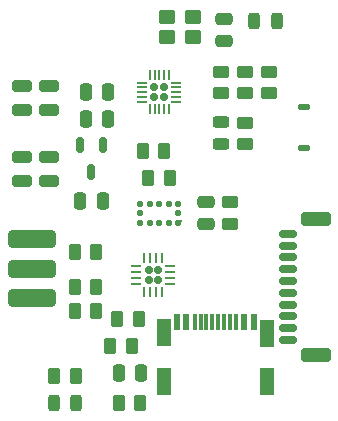
<source format=gtp>
%TF.GenerationSoftware,KiCad,Pcbnew,9.0.4*%
%TF.CreationDate,2025-12-02T01:12:31+00:00*%
%TF.ProjectId,dtv2,64747632-2e6b-4696-9361-645f70636258,rev?*%
%TF.SameCoordinates,Original*%
%TF.FileFunction,Paste,Top*%
%TF.FilePolarity,Positive*%
%FSLAX46Y46*%
G04 Gerber Fmt 4.6, Leading zero omitted, Abs format (unit mm)*
G04 Created by KiCad (PCBNEW 9.0.4) date 2025-12-02 01:12:31*
%MOMM*%
%LPD*%
G01*
G04 APERTURE LIST*
G04 Aperture macros list*
%AMRoundRect*
0 Rectangle with rounded corners*
0 $1 Rounding radius*
0 $2 $3 $4 $5 $6 $7 $8 $9 X,Y pos of 4 corners*
0 Add a 4 corners polygon primitive as box body*
4,1,4,$2,$3,$4,$5,$6,$7,$8,$9,$2,$3,0*
0 Add four circle primitives for the rounded corners*
1,1,$1+$1,$2,$3*
1,1,$1+$1,$4,$5*
1,1,$1+$1,$6,$7*
1,1,$1+$1,$8,$9*
0 Add four rect primitives between the rounded corners*
20,1,$1+$1,$2,$3,$4,$5,0*
20,1,$1+$1,$4,$5,$6,$7,0*
20,1,$1+$1,$6,$7,$8,$9,0*
20,1,$1+$1,$8,$9,$2,$3,0*%
G04 Aperture macros list end*
%ADD10C,0.100000*%
%ADD11RoundRect,0.250000X0.262500X0.450000X-0.262500X0.450000X-0.262500X-0.450000X0.262500X-0.450000X0*%
%ADD12RoundRect,0.250000X-0.262500X-0.450000X0.262500X-0.450000X0.262500X0.450000X-0.262500X0.450000X0*%
%ADD13RoundRect,0.243750X0.243750X0.456250X-0.243750X0.456250X-0.243750X-0.456250X0.243750X-0.456250X0*%
%ADD14RoundRect,0.250000X-0.450000X0.262500X-0.450000X-0.262500X0.450000X-0.262500X0.450000X0.262500X0*%
%ADD15RoundRect,0.250000X0.450000X-0.262500X0.450000X0.262500X-0.450000X0.262500X-0.450000X-0.262500X0*%
%ADD16RoundRect,0.062500X0.127500X0.062500X-0.127500X0.062500X-0.127500X-0.062500X0.127500X-0.062500X0*%
%ADD17RoundRect,0.125000X0.125000X0.125000X-0.125000X0.125000X-0.125000X-0.125000X0.125000X-0.125000X0*%
%ADD18RoundRect,0.167500X-0.167500X0.167500X-0.167500X-0.167500X0.167500X-0.167500X0.167500X0.167500X0*%
%ADD19RoundRect,0.050000X-0.050000X0.375000X-0.050000X-0.375000X0.050000X-0.375000X0.050000X0.375000X0*%
%ADD20RoundRect,0.050000X-0.375000X0.050000X-0.375000X-0.050000X0.375000X-0.050000X0.375000X0.050000X0*%
%ADD21RoundRect,0.243750X0.456250X-0.243750X0.456250X0.243750X-0.456250X0.243750X-0.456250X-0.243750X0*%
%ADD22RoundRect,0.250000X0.475000X-0.250000X0.475000X0.250000X-0.475000X0.250000X-0.475000X-0.250000X0*%
%ADD23RoundRect,0.150000X-0.150000X0.512500X-0.150000X-0.512500X0.150000X-0.512500X0.150000X0.512500X0*%
%ADD24RoundRect,0.250000X-0.450000X-0.350000X0.450000X-0.350000X0.450000X0.350000X-0.450000X0.350000X0*%
%ADD25RoundRect,0.250000X-0.475000X0.250000X-0.475000X-0.250000X0.475000X-0.250000X0.475000X0.250000X0*%
%ADD26RoundRect,0.160000X0.160000X-0.160000X0.160000X0.160000X-0.160000X0.160000X-0.160000X-0.160000X0*%
%ADD27RoundRect,0.062500X0.062500X-0.375000X0.062500X0.375000X-0.062500X0.375000X-0.062500X-0.375000X0*%
%ADD28RoundRect,0.062500X0.375000X-0.062500X0.375000X0.062500X-0.375000X0.062500X-0.375000X-0.062500X0*%
%ADD29RoundRect,0.250000X-0.250000X-0.475000X0.250000X-0.475000X0.250000X0.475000X-0.250000X0.475000X0*%
%ADD30RoundRect,0.075000X0.425000X-0.175000X0.425000X0.175000X-0.425000X0.175000X-0.425000X-0.175000X0*%
%ADD31RoundRect,0.243750X-0.243750X-0.456250X0.243750X-0.456250X0.243750X0.456250X-0.243750X0.456250X0*%
%ADD32RoundRect,0.250000X0.250000X0.475000X-0.250000X0.475000X-0.250000X-0.475000X0.250000X-0.475000X0*%
%ADD33R,0.600000X1.450000*%
%ADD34R,0.300000X1.450000*%
%ADD35RoundRect,0.375000X-1.675000X-0.375000X1.675000X-0.375000X1.675000X0.375000X-1.675000X0.375000X0*%
%ADD36RoundRect,0.150000X-0.625000X0.150000X-0.625000X-0.150000X0.625000X-0.150000X0.625000X0.150000X0*%
%ADD37RoundRect,0.250000X-1.000000X0.350000X-1.000000X-0.350000X1.000000X-0.350000X1.000000X0.350000X0*%
%ADD38RoundRect,0.250000X0.600000X-0.250000X0.600000X0.250000X-0.600000X0.250000X-0.600000X-0.250000X0*%
G04 APERTURE END LIST*
%TO.C,J1*%
D10*
X114850000Y-91700000D02*
X115950000Y-91700000D01*
X115950000Y-93900000D01*
X114850000Y-93900000D01*
X114850000Y-91700000D01*
G36*
X114850000Y-91700000D02*
G01*
X115950000Y-91700000D01*
X115950000Y-93900000D01*
X114850000Y-93900000D01*
X114850000Y-91700000D01*
G37*
X114850000Y-95900000D02*
X115950000Y-95900000D01*
X115950000Y-98100000D01*
X114850000Y-98100000D01*
X114850000Y-95900000D01*
G36*
X114850000Y-95900000D02*
G01*
X115950000Y-95900000D01*
X115950000Y-98100000D01*
X114850000Y-98100000D01*
X114850000Y-95900000D01*
G37*
X123550000Y-91800000D02*
X124650000Y-91800000D01*
X124650000Y-94000000D01*
X123550000Y-94000000D01*
X123550000Y-91800000D01*
G36*
X123550000Y-91800000D02*
G01*
X124650000Y-91800000D01*
X124650000Y-94000000D01*
X123550000Y-94000000D01*
X123550000Y-91800000D01*
G37*
X123550000Y-95900000D02*
X124650000Y-95900000D01*
X124650000Y-98100000D01*
X123550000Y-98100000D01*
X123550000Y-95900000D01*
G36*
X123550000Y-95900000D02*
G01*
X124650000Y-95900000D01*
X124650000Y-98100000D01*
X123550000Y-98100000D01*
X123550000Y-95900000D01*
G37*
%TD*%
D11*
%TO.C,R2*%
X113412500Y-98800000D03*
X111587500Y-98800000D03*
%TD*%
D12*
%TO.C,R7*%
X110837500Y-94000000D03*
X112662500Y-94000000D03*
%TD*%
D13*
%TO.C,D3*%
X107937500Y-98800000D03*
X106062500Y-98800000D03*
%TD*%
D14*
%TO.C,R15*%
X122250000Y-70787500D03*
X122250000Y-72612500D03*
%TD*%
D15*
%TO.C,R4*%
X124250000Y-72612500D03*
X124250000Y-70787500D03*
%TD*%
D12*
%TO.C,R9*%
X107837500Y-86000000D03*
X109662500Y-86000000D03*
%TD*%
D16*
%TO.C,U5*%
X116740000Y-83425000D03*
D17*
X116600000Y-83550000D03*
X115800000Y-83550000D03*
X115000000Y-83550000D03*
X114200000Y-83550000D03*
X113400000Y-83550000D03*
X113400000Y-82750000D03*
X113400000Y-81950000D03*
X114200000Y-81950000D03*
X115000000Y-81950000D03*
X115800000Y-81950000D03*
X116600000Y-81950000D03*
X116600000Y-82750000D03*
%TD*%
D12*
%TO.C,R8*%
X111437500Y-91750000D03*
X113262500Y-91750000D03*
%TD*%
D15*
%TO.C,R18*%
X122250000Y-76912500D03*
X122250000Y-75087500D03*
%TD*%
%TO.C,R3*%
X121000000Y-83662500D03*
X121000000Y-81837500D03*
%TD*%
D18*
%TO.C,U1*%
X115410000Y-72090000D03*
X114590000Y-72090000D03*
X115410000Y-72910000D03*
X114590000Y-72910000D03*
D19*
X115800000Y-71050000D03*
X115400000Y-71050000D03*
X115000000Y-71050000D03*
X114600000Y-71050000D03*
X114200000Y-71050000D03*
D20*
X113550000Y-71700000D03*
X113550000Y-72100000D03*
X113550000Y-72500000D03*
X113550000Y-72900000D03*
X113550000Y-73300000D03*
D19*
X114200000Y-73950000D03*
X114600000Y-73950000D03*
X115000000Y-73950000D03*
X115400000Y-73950000D03*
X115800000Y-73950000D03*
D20*
X116450000Y-73300000D03*
X116450000Y-72900000D03*
X116450000Y-72500000D03*
X116450000Y-72100000D03*
X116450000Y-71700000D03*
%TD*%
D21*
%TO.C,D2*%
X120250000Y-76937500D03*
X120250000Y-75062500D03*
%TD*%
D22*
%TO.C,C7*%
X120500000Y-68200000D03*
X120500000Y-66300000D03*
%TD*%
D23*
%TO.C,U2*%
X110200000Y-76962500D03*
X108300000Y-76962500D03*
X109250000Y-79237500D03*
%TD*%
D11*
%TO.C,R11*%
X115912500Y-79750000D03*
X114087500Y-79750000D03*
%TD*%
D24*
%TO.C,Y1*%
X115650000Y-67850000D03*
X117850000Y-67850000D03*
X117850000Y-66150000D03*
X115650000Y-66150000D03*
%TD*%
D12*
%TO.C,R10*%
X107837500Y-91000000D03*
X109662500Y-91000000D03*
%TD*%
D25*
%TO.C,C6*%
X119000000Y-81800000D03*
X119000000Y-83700000D03*
%TD*%
D26*
%TO.C,U3*%
X114100000Y-88400000D03*
X114900000Y-88400000D03*
X114100000Y-87600000D03*
X114900000Y-87600000D03*
D27*
X113750000Y-89437500D03*
X114250000Y-89437500D03*
X114750000Y-89437500D03*
X115250000Y-89437500D03*
D28*
X115937500Y-88750000D03*
X115937500Y-88250000D03*
X115937500Y-87750000D03*
X115937500Y-87250000D03*
D27*
X115250000Y-86562500D03*
X114750000Y-86562500D03*
X114250000Y-86562500D03*
X113750000Y-86562500D03*
D28*
X113062500Y-87250000D03*
X113062500Y-87750000D03*
X113062500Y-88250000D03*
X113062500Y-88750000D03*
%TD*%
D29*
%TO.C,C5*%
X111550000Y-96250000D03*
X113450000Y-96250000D03*
%TD*%
D15*
%TO.C,R16*%
X120250000Y-72612500D03*
X120250000Y-70787500D03*
%TD*%
D11*
%TO.C,R12*%
X115412500Y-77500000D03*
X113587500Y-77500000D03*
%TD*%
D30*
%TO.C,SW4*%
X127250000Y-73800000D03*
X127250000Y-77200000D03*
%TD*%
D29*
%TO.C,C4*%
X108800000Y-74750000D03*
X110700000Y-74750000D03*
%TD*%
%TO.C,C3*%
X108300000Y-81700000D03*
X110200000Y-81700000D03*
%TD*%
D12*
%TO.C,R17*%
X106087500Y-96500000D03*
X107912500Y-96500000D03*
%TD*%
D31*
%TO.C,D1*%
X123062500Y-66500000D03*
X124937500Y-66500000D03*
%TD*%
D32*
%TO.C,C1*%
X110700000Y-72500000D03*
X108800000Y-72500000D03*
%TD*%
D33*
%TO.C,J1*%
X116500000Y-91955000D03*
X117300000Y-91955000D03*
D34*
X118500000Y-91955000D03*
X119500000Y-91955000D03*
X120000000Y-91955000D03*
X121000000Y-91955000D03*
D33*
X122200000Y-91955000D03*
X123000000Y-91955000D03*
X123000000Y-91955000D03*
X122200000Y-91955000D03*
D34*
X121500000Y-91955000D03*
X120500000Y-91955000D03*
X119000000Y-91955000D03*
X118000000Y-91955000D03*
D33*
X117300000Y-91955000D03*
X116500000Y-91955000D03*
%TD*%
D35*
%TO.C,SW1*%
X104250000Y-84960000D03*
X104250000Y-87460000D03*
X104250000Y-89960000D03*
%TD*%
D12*
%TO.C,R6*%
X107837500Y-89000000D03*
X109662500Y-89000000D03*
%TD*%
D36*
%TO.C,J3*%
X125925000Y-84500000D03*
X125925000Y-85500000D03*
X125925000Y-86500000D03*
X125925000Y-87500000D03*
X125925000Y-88500000D03*
X125925000Y-89500000D03*
X125925000Y-90500000D03*
X125925000Y-91500000D03*
X125925000Y-92500000D03*
X125925000Y-93500000D03*
D37*
X128250000Y-83250000D03*
X128250000Y-94750000D03*
%TD*%
D38*
%TO.C,SW3*%
X105675000Y-80000000D03*
X105675000Y-78000000D03*
X105675000Y-74000000D03*
X105675000Y-72000000D03*
X103375000Y-80000000D03*
X103375000Y-78000000D03*
X103375000Y-74000000D03*
X103375000Y-72000000D03*
%TD*%
M02*

</source>
